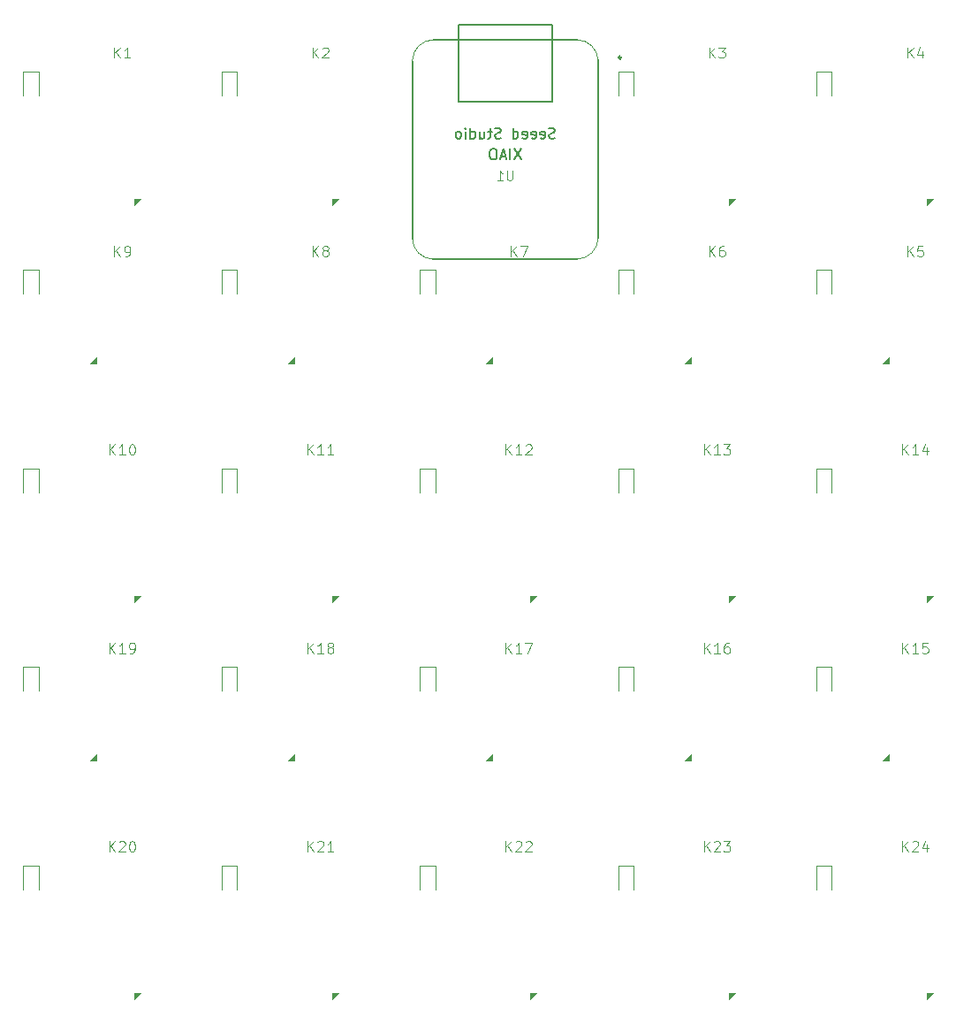
<source format=gbr>
%TF.GenerationSoftware,KiCad,Pcbnew,7.0.5*%
%TF.CreationDate,2023-09-25T20:55:41-06:00*%
%TF.ProjectId,switch_tester_macro_pad_r2,73776974-6368-45f7-9465-737465725f6d,rev?*%
%TF.SameCoordinates,Original*%
%TF.FileFunction,Legend,Bot*%
%TF.FilePolarity,Positive*%
%FSLAX46Y46*%
G04 Gerber Fmt 4.6, Leading zero omitted, Abs format (unit mm)*
G04 Created by KiCad (PCBNEW 7.0.5) date 2023-09-25 20:55:41*
%MOMM*%
%LPD*%
G01*
G04 APERTURE LIST*
%ADD10C,0.101600*%
%ADD11C,0.150000*%
%ADD12C,0.100000*%
%ADD13C,0.127000*%
%ADD14C,0.120000*%
%ADD15C,0.254000*%
%ADD16C,0.025400*%
G04 APERTURE END LIST*
D10*
%TO.C,U1*%
X98074050Y-40066372D02*
X98074050Y-40786039D01*
X98074050Y-40786039D02*
X98031717Y-40870705D01*
X98031717Y-40870705D02*
X97989383Y-40913039D01*
X97989383Y-40913039D02*
X97904717Y-40955372D01*
X97904717Y-40955372D02*
X97735383Y-40955372D01*
X97735383Y-40955372D02*
X97650717Y-40913039D01*
X97650717Y-40913039D02*
X97608383Y-40870705D01*
X97608383Y-40870705D02*
X97566050Y-40786039D01*
X97566050Y-40786039D02*
X97566050Y-40066372D01*
X96677050Y-40955372D02*
X97185050Y-40955372D01*
X96931050Y-40955372D02*
X96931050Y-40066372D01*
X96931050Y-40066372D02*
X97015717Y-40193372D01*
X97015717Y-40193372D02*
X97100384Y-40278039D01*
X97100384Y-40278039D02*
X97185050Y-40320372D01*
D11*
X98920525Y-37964206D02*
X98253859Y-38964206D01*
X98253859Y-37964206D02*
X98920525Y-38964206D01*
X97872906Y-38964206D02*
X97872906Y-37964206D01*
X97444335Y-38678491D02*
X96968145Y-38678491D01*
X97539573Y-38964206D02*
X97206240Y-37964206D01*
X97206240Y-37964206D02*
X96872907Y-38964206D01*
X96349097Y-37964206D02*
X96158621Y-37964206D01*
X96158621Y-37964206D02*
X96063383Y-38011825D01*
X96063383Y-38011825D02*
X95968145Y-38107063D01*
X95968145Y-38107063D02*
X95920526Y-38297539D01*
X95920526Y-38297539D02*
X95920526Y-38630872D01*
X95920526Y-38630872D02*
X95968145Y-38821348D01*
X95968145Y-38821348D02*
X96063383Y-38916587D01*
X96063383Y-38916587D02*
X96158621Y-38964206D01*
X96158621Y-38964206D02*
X96349097Y-38964206D01*
X96349097Y-38964206D02*
X96444335Y-38916587D01*
X96444335Y-38916587D02*
X96539573Y-38821348D01*
X96539573Y-38821348D02*
X96587192Y-38630872D01*
X96587192Y-38630872D02*
X96587192Y-38297539D01*
X96587192Y-38297539D02*
X96539573Y-38107063D01*
X96539573Y-38107063D02*
X96444335Y-38011825D01*
X96444335Y-38011825D02*
X96349097Y-37964206D01*
X102158621Y-36916587D02*
X102015764Y-36964206D01*
X102015764Y-36964206D02*
X101777669Y-36964206D01*
X101777669Y-36964206D02*
X101682431Y-36916587D01*
X101682431Y-36916587D02*
X101634812Y-36868967D01*
X101634812Y-36868967D02*
X101587193Y-36773729D01*
X101587193Y-36773729D02*
X101587193Y-36678491D01*
X101587193Y-36678491D02*
X101634812Y-36583253D01*
X101634812Y-36583253D02*
X101682431Y-36535634D01*
X101682431Y-36535634D02*
X101777669Y-36488015D01*
X101777669Y-36488015D02*
X101968145Y-36440396D01*
X101968145Y-36440396D02*
X102063383Y-36392777D01*
X102063383Y-36392777D02*
X102111002Y-36345158D01*
X102111002Y-36345158D02*
X102158621Y-36249920D01*
X102158621Y-36249920D02*
X102158621Y-36154682D01*
X102158621Y-36154682D02*
X102111002Y-36059444D01*
X102111002Y-36059444D02*
X102063383Y-36011825D01*
X102063383Y-36011825D02*
X101968145Y-35964206D01*
X101968145Y-35964206D02*
X101730050Y-35964206D01*
X101730050Y-35964206D02*
X101587193Y-36011825D01*
X100777669Y-36916587D02*
X100872907Y-36964206D01*
X100872907Y-36964206D02*
X101063383Y-36964206D01*
X101063383Y-36964206D02*
X101158621Y-36916587D01*
X101158621Y-36916587D02*
X101206240Y-36821348D01*
X101206240Y-36821348D02*
X101206240Y-36440396D01*
X101206240Y-36440396D02*
X101158621Y-36345158D01*
X101158621Y-36345158D02*
X101063383Y-36297539D01*
X101063383Y-36297539D02*
X100872907Y-36297539D01*
X100872907Y-36297539D02*
X100777669Y-36345158D01*
X100777669Y-36345158D02*
X100730050Y-36440396D01*
X100730050Y-36440396D02*
X100730050Y-36535634D01*
X100730050Y-36535634D02*
X101206240Y-36630872D01*
X99920526Y-36916587D02*
X100015764Y-36964206D01*
X100015764Y-36964206D02*
X100206240Y-36964206D01*
X100206240Y-36964206D02*
X100301478Y-36916587D01*
X100301478Y-36916587D02*
X100349097Y-36821348D01*
X100349097Y-36821348D02*
X100349097Y-36440396D01*
X100349097Y-36440396D02*
X100301478Y-36345158D01*
X100301478Y-36345158D02*
X100206240Y-36297539D01*
X100206240Y-36297539D02*
X100015764Y-36297539D01*
X100015764Y-36297539D02*
X99920526Y-36345158D01*
X99920526Y-36345158D02*
X99872907Y-36440396D01*
X99872907Y-36440396D02*
X99872907Y-36535634D01*
X99872907Y-36535634D02*
X100349097Y-36630872D01*
X99063383Y-36916587D02*
X99158621Y-36964206D01*
X99158621Y-36964206D02*
X99349097Y-36964206D01*
X99349097Y-36964206D02*
X99444335Y-36916587D01*
X99444335Y-36916587D02*
X99491954Y-36821348D01*
X99491954Y-36821348D02*
X99491954Y-36440396D01*
X99491954Y-36440396D02*
X99444335Y-36345158D01*
X99444335Y-36345158D02*
X99349097Y-36297539D01*
X99349097Y-36297539D02*
X99158621Y-36297539D01*
X99158621Y-36297539D02*
X99063383Y-36345158D01*
X99063383Y-36345158D02*
X99015764Y-36440396D01*
X99015764Y-36440396D02*
X99015764Y-36535634D01*
X99015764Y-36535634D02*
X99491954Y-36630872D01*
X98158621Y-36964206D02*
X98158621Y-35964206D01*
X98158621Y-36916587D02*
X98253859Y-36964206D01*
X98253859Y-36964206D02*
X98444335Y-36964206D01*
X98444335Y-36964206D02*
X98539573Y-36916587D01*
X98539573Y-36916587D02*
X98587192Y-36868967D01*
X98587192Y-36868967D02*
X98634811Y-36773729D01*
X98634811Y-36773729D02*
X98634811Y-36488015D01*
X98634811Y-36488015D02*
X98587192Y-36392777D01*
X98587192Y-36392777D02*
X98539573Y-36345158D01*
X98539573Y-36345158D02*
X98444335Y-36297539D01*
X98444335Y-36297539D02*
X98253859Y-36297539D01*
X98253859Y-36297539D02*
X98158621Y-36345158D01*
X96968144Y-36916587D02*
X96825287Y-36964206D01*
X96825287Y-36964206D02*
X96587192Y-36964206D01*
X96587192Y-36964206D02*
X96491954Y-36916587D01*
X96491954Y-36916587D02*
X96444335Y-36868967D01*
X96444335Y-36868967D02*
X96396716Y-36773729D01*
X96396716Y-36773729D02*
X96396716Y-36678491D01*
X96396716Y-36678491D02*
X96444335Y-36583253D01*
X96444335Y-36583253D02*
X96491954Y-36535634D01*
X96491954Y-36535634D02*
X96587192Y-36488015D01*
X96587192Y-36488015D02*
X96777668Y-36440396D01*
X96777668Y-36440396D02*
X96872906Y-36392777D01*
X96872906Y-36392777D02*
X96920525Y-36345158D01*
X96920525Y-36345158D02*
X96968144Y-36249920D01*
X96968144Y-36249920D02*
X96968144Y-36154682D01*
X96968144Y-36154682D02*
X96920525Y-36059444D01*
X96920525Y-36059444D02*
X96872906Y-36011825D01*
X96872906Y-36011825D02*
X96777668Y-35964206D01*
X96777668Y-35964206D02*
X96539573Y-35964206D01*
X96539573Y-35964206D02*
X96396716Y-36011825D01*
X96111001Y-36297539D02*
X95730049Y-36297539D01*
X95968144Y-35964206D02*
X95968144Y-36821348D01*
X95968144Y-36821348D02*
X95920525Y-36916587D01*
X95920525Y-36916587D02*
X95825287Y-36964206D01*
X95825287Y-36964206D02*
X95730049Y-36964206D01*
X94968144Y-36297539D02*
X94968144Y-36964206D01*
X95396715Y-36297539D02*
X95396715Y-36821348D01*
X95396715Y-36821348D02*
X95349096Y-36916587D01*
X95349096Y-36916587D02*
X95253858Y-36964206D01*
X95253858Y-36964206D02*
X95111001Y-36964206D01*
X95111001Y-36964206D02*
X95015763Y-36916587D01*
X95015763Y-36916587D02*
X94968144Y-36868967D01*
X94063382Y-36964206D02*
X94063382Y-35964206D01*
X94063382Y-36916587D02*
X94158620Y-36964206D01*
X94158620Y-36964206D02*
X94349096Y-36964206D01*
X94349096Y-36964206D02*
X94444334Y-36916587D01*
X94444334Y-36916587D02*
X94491953Y-36868967D01*
X94491953Y-36868967D02*
X94539572Y-36773729D01*
X94539572Y-36773729D02*
X94539572Y-36488015D01*
X94539572Y-36488015D02*
X94491953Y-36392777D01*
X94491953Y-36392777D02*
X94444334Y-36345158D01*
X94444334Y-36345158D02*
X94349096Y-36297539D01*
X94349096Y-36297539D02*
X94158620Y-36297539D01*
X94158620Y-36297539D02*
X94063382Y-36345158D01*
X93587191Y-36964206D02*
X93587191Y-36297539D01*
X93587191Y-35964206D02*
X93634810Y-36011825D01*
X93634810Y-36011825D02*
X93587191Y-36059444D01*
X93587191Y-36059444D02*
X93539572Y-36011825D01*
X93539572Y-36011825D02*
X93587191Y-35964206D01*
X93587191Y-35964206D02*
X93587191Y-36059444D01*
X92968144Y-36964206D02*
X93063382Y-36916587D01*
X93063382Y-36916587D02*
X93111001Y-36868967D01*
X93111001Y-36868967D02*
X93158620Y-36773729D01*
X93158620Y-36773729D02*
X93158620Y-36488015D01*
X93158620Y-36488015D02*
X93111001Y-36392777D01*
X93111001Y-36392777D02*
X93063382Y-36345158D01*
X93063382Y-36345158D02*
X92968144Y-36297539D01*
X92968144Y-36297539D02*
X92825287Y-36297539D01*
X92825287Y-36297539D02*
X92730049Y-36345158D01*
X92730049Y-36345158D02*
X92682430Y-36392777D01*
X92682430Y-36392777D02*
X92634811Y-36488015D01*
X92634811Y-36488015D02*
X92634811Y-36773729D01*
X92634811Y-36773729D02*
X92682430Y-36868967D01*
X92682430Y-36868967D02*
X92730049Y-36916587D01*
X92730049Y-36916587D02*
X92825287Y-36964206D01*
X92825287Y-36964206D02*
X92968144Y-36964206D01*
D12*
%TO.C,K24*%
X135454752Y-105246316D02*
X135454752Y-104246316D01*
X136026180Y-105246316D02*
X135597609Y-104674887D01*
X136026180Y-104246316D02*
X135454752Y-104817744D01*
X136407133Y-104341554D02*
X136454752Y-104293935D01*
X136454752Y-104293935D02*
X136549990Y-104246316D01*
X136549990Y-104246316D02*
X136788085Y-104246316D01*
X136788085Y-104246316D02*
X136883323Y-104293935D01*
X136883323Y-104293935D02*
X136930942Y-104341554D01*
X136930942Y-104341554D02*
X136978561Y-104436792D01*
X136978561Y-104436792D02*
X136978561Y-104532030D01*
X136978561Y-104532030D02*
X136930942Y-104674887D01*
X136930942Y-104674887D02*
X136359514Y-105246316D01*
X136359514Y-105246316D02*
X136978561Y-105246316D01*
X137835704Y-104579649D02*
X137835704Y-105246316D01*
X137597609Y-104198697D02*
X137359514Y-104912982D01*
X137359514Y-104912982D02*
X137978561Y-104912982D01*
%TO.C,K23*%
X116454752Y-105246316D02*
X116454752Y-104246316D01*
X117026180Y-105246316D02*
X116597609Y-104674887D01*
X117026180Y-104246316D02*
X116454752Y-104817744D01*
X117407133Y-104341554D02*
X117454752Y-104293935D01*
X117454752Y-104293935D02*
X117549990Y-104246316D01*
X117549990Y-104246316D02*
X117788085Y-104246316D01*
X117788085Y-104246316D02*
X117883323Y-104293935D01*
X117883323Y-104293935D02*
X117930942Y-104341554D01*
X117930942Y-104341554D02*
X117978561Y-104436792D01*
X117978561Y-104436792D02*
X117978561Y-104532030D01*
X117978561Y-104532030D02*
X117930942Y-104674887D01*
X117930942Y-104674887D02*
X117359514Y-105246316D01*
X117359514Y-105246316D02*
X117978561Y-105246316D01*
X118311895Y-104246316D02*
X118930942Y-104246316D01*
X118930942Y-104246316D02*
X118597609Y-104627268D01*
X118597609Y-104627268D02*
X118740466Y-104627268D01*
X118740466Y-104627268D02*
X118835704Y-104674887D01*
X118835704Y-104674887D02*
X118883323Y-104722506D01*
X118883323Y-104722506D02*
X118930942Y-104817744D01*
X118930942Y-104817744D02*
X118930942Y-105055839D01*
X118930942Y-105055839D02*
X118883323Y-105151077D01*
X118883323Y-105151077D02*
X118835704Y-105198697D01*
X118835704Y-105198697D02*
X118740466Y-105246316D01*
X118740466Y-105246316D02*
X118454752Y-105246316D01*
X118454752Y-105246316D02*
X118359514Y-105198697D01*
X118359514Y-105198697D02*
X118311895Y-105151077D01*
%TO.C,K22*%
X97454752Y-105246316D02*
X97454752Y-104246316D01*
X98026180Y-105246316D02*
X97597609Y-104674887D01*
X98026180Y-104246316D02*
X97454752Y-104817744D01*
X98407133Y-104341554D02*
X98454752Y-104293935D01*
X98454752Y-104293935D02*
X98549990Y-104246316D01*
X98549990Y-104246316D02*
X98788085Y-104246316D01*
X98788085Y-104246316D02*
X98883323Y-104293935D01*
X98883323Y-104293935D02*
X98930942Y-104341554D01*
X98930942Y-104341554D02*
X98978561Y-104436792D01*
X98978561Y-104436792D02*
X98978561Y-104532030D01*
X98978561Y-104532030D02*
X98930942Y-104674887D01*
X98930942Y-104674887D02*
X98359514Y-105246316D01*
X98359514Y-105246316D02*
X98978561Y-105246316D01*
X99359514Y-104341554D02*
X99407133Y-104293935D01*
X99407133Y-104293935D02*
X99502371Y-104246316D01*
X99502371Y-104246316D02*
X99740466Y-104246316D01*
X99740466Y-104246316D02*
X99835704Y-104293935D01*
X99835704Y-104293935D02*
X99883323Y-104341554D01*
X99883323Y-104341554D02*
X99930942Y-104436792D01*
X99930942Y-104436792D02*
X99930942Y-104532030D01*
X99930942Y-104532030D02*
X99883323Y-104674887D01*
X99883323Y-104674887D02*
X99311895Y-105246316D01*
X99311895Y-105246316D02*
X99930942Y-105246316D01*
%TO.C,K21*%
X78454752Y-105246316D02*
X78454752Y-104246316D01*
X79026180Y-105246316D02*
X78597609Y-104674887D01*
X79026180Y-104246316D02*
X78454752Y-104817744D01*
X79407133Y-104341554D02*
X79454752Y-104293935D01*
X79454752Y-104293935D02*
X79549990Y-104246316D01*
X79549990Y-104246316D02*
X79788085Y-104246316D01*
X79788085Y-104246316D02*
X79883323Y-104293935D01*
X79883323Y-104293935D02*
X79930942Y-104341554D01*
X79930942Y-104341554D02*
X79978561Y-104436792D01*
X79978561Y-104436792D02*
X79978561Y-104532030D01*
X79978561Y-104532030D02*
X79930942Y-104674887D01*
X79930942Y-104674887D02*
X79359514Y-105246316D01*
X79359514Y-105246316D02*
X79978561Y-105246316D01*
X80930942Y-105246316D02*
X80359514Y-105246316D01*
X80645228Y-105246316D02*
X80645228Y-104246316D01*
X80645228Y-104246316D02*
X80549990Y-104389173D01*
X80549990Y-104389173D02*
X80454752Y-104484411D01*
X80454752Y-104484411D02*
X80359514Y-104532030D01*
%TO.C,K20*%
X59454752Y-105246316D02*
X59454752Y-104246316D01*
X60026180Y-105246316D02*
X59597609Y-104674887D01*
X60026180Y-104246316D02*
X59454752Y-104817744D01*
X60407133Y-104341554D02*
X60454752Y-104293935D01*
X60454752Y-104293935D02*
X60549990Y-104246316D01*
X60549990Y-104246316D02*
X60788085Y-104246316D01*
X60788085Y-104246316D02*
X60883323Y-104293935D01*
X60883323Y-104293935D02*
X60930942Y-104341554D01*
X60930942Y-104341554D02*
X60978561Y-104436792D01*
X60978561Y-104436792D02*
X60978561Y-104532030D01*
X60978561Y-104532030D02*
X60930942Y-104674887D01*
X60930942Y-104674887D02*
X60359514Y-105246316D01*
X60359514Y-105246316D02*
X60978561Y-105246316D01*
X61597609Y-104246316D02*
X61692847Y-104246316D01*
X61692847Y-104246316D02*
X61788085Y-104293935D01*
X61788085Y-104293935D02*
X61835704Y-104341554D01*
X61835704Y-104341554D02*
X61883323Y-104436792D01*
X61883323Y-104436792D02*
X61930942Y-104627268D01*
X61930942Y-104627268D02*
X61930942Y-104865363D01*
X61930942Y-104865363D02*
X61883323Y-105055839D01*
X61883323Y-105055839D02*
X61835704Y-105151077D01*
X61835704Y-105151077D02*
X61788085Y-105198697D01*
X61788085Y-105198697D02*
X61692847Y-105246316D01*
X61692847Y-105246316D02*
X61597609Y-105246316D01*
X61597609Y-105246316D02*
X61502371Y-105198697D01*
X61502371Y-105198697D02*
X61454752Y-105151077D01*
X61454752Y-105151077D02*
X61407133Y-105055839D01*
X61407133Y-105055839D02*
X61359514Y-104865363D01*
X61359514Y-104865363D02*
X61359514Y-104627268D01*
X61359514Y-104627268D02*
X61407133Y-104436792D01*
X61407133Y-104436792D02*
X61454752Y-104341554D01*
X61454752Y-104341554D02*
X61502371Y-104293935D01*
X61502371Y-104293935D02*
X61597609Y-104246316D01*
%TO.C,K19*%
X59454752Y-86246316D02*
X59454752Y-85246316D01*
X60026180Y-86246316D02*
X59597609Y-85674887D01*
X60026180Y-85246316D02*
X59454752Y-85817744D01*
X60978561Y-86246316D02*
X60407133Y-86246316D01*
X60692847Y-86246316D02*
X60692847Y-85246316D01*
X60692847Y-85246316D02*
X60597609Y-85389173D01*
X60597609Y-85389173D02*
X60502371Y-85484411D01*
X60502371Y-85484411D02*
X60407133Y-85532030D01*
X61454752Y-86246316D02*
X61645228Y-86246316D01*
X61645228Y-86246316D02*
X61740466Y-86198697D01*
X61740466Y-86198697D02*
X61788085Y-86151077D01*
X61788085Y-86151077D02*
X61883323Y-86008220D01*
X61883323Y-86008220D02*
X61930942Y-85817744D01*
X61930942Y-85817744D02*
X61930942Y-85436792D01*
X61930942Y-85436792D02*
X61883323Y-85341554D01*
X61883323Y-85341554D02*
X61835704Y-85293935D01*
X61835704Y-85293935D02*
X61740466Y-85246316D01*
X61740466Y-85246316D02*
X61549990Y-85246316D01*
X61549990Y-85246316D02*
X61454752Y-85293935D01*
X61454752Y-85293935D02*
X61407133Y-85341554D01*
X61407133Y-85341554D02*
X61359514Y-85436792D01*
X61359514Y-85436792D02*
X61359514Y-85674887D01*
X61359514Y-85674887D02*
X61407133Y-85770125D01*
X61407133Y-85770125D02*
X61454752Y-85817744D01*
X61454752Y-85817744D02*
X61549990Y-85865363D01*
X61549990Y-85865363D02*
X61740466Y-85865363D01*
X61740466Y-85865363D02*
X61835704Y-85817744D01*
X61835704Y-85817744D02*
X61883323Y-85770125D01*
X61883323Y-85770125D02*
X61930942Y-85674887D01*
%TO.C,K18*%
X78454752Y-86246316D02*
X78454752Y-85246316D01*
X79026180Y-86246316D02*
X78597609Y-85674887D01*
X79026180Y-85246316D02*
X78454752Y-85817744D01*
X79978561Y-86246316D02*
X79407133Y-86246316D01*
X79692847Y-86246316D02*
X79692847Y-85246316D01*
X79692847Y-85246316D02*
X79597609Y-85389173D01*
X79597609Y-85389173D02*
X79502371Y-85484411D01*
X79502371Y-85484411D02*
X79407133Y-85532030D01*
X80549990Y-85674887D02*
X80454752Y-85627268D01*
X80454752Y-85627268D02*
X80407133Y-85579649D01*
X80407133Y-85579649D02*
X80359514Y-85484411D01*
X80359514Y-85484411D02*
X80359514Y-85436792D01*
X80359514Y-85436792D02*
X80407133Y-85341554D01*
X80407133Y-85341554D02*
X80454752Y-85293935D01*
X80454752Y-85293935D02*
X80549990Y-85246316D01*
X80549990Y-85246316D02*
X80740466Y-85246316D01*
X80740466Y-85246316D02*
X80835704Y-85293935D01*
X80835704Y-85293935D02*
X80883323Y-85341554D01*
X80883323Y-85341554D02*
X80930942Y-85436792D01*
X80930942Y-85436792D02*
X80930942Y-85484411D01*
X80930942Y-85484411D02*
X80883323Y-85579649D01*
X80883323Y-85579649D02*
X80835704Y-85627268D01*
X80835704Y-85627268D02*
X80740466Y-85674887D01*
X80740466Y-85674887D02*
X80549990Y-85674887D01*
X80549990Y-85674887D02*
X80454752Y-85722506D01*
X80454752Y-85722506D02*
X80407133Y-85770125D01*
X80407133Y-85770125D02*
X80359514Y-85865363D01*
X80359514Y-85865363D02*
X80359514Y-86055839D01*
X80359514Y-86055839D02*
X80407133Y-86151077D01*
X80407133Y-86151077D02*
X80454752Y-86198697D01*
X80454752Y-86198697D02*
X80549990Y-86246316D01*
X80549990Y-86246316D02*
X80740466Y-86246316D01*
X80740466Y-86246316D02*
X80835704Y-86198697D01*
X80835704Y-86198697D02*
X80883323Y-86151077D01*
X80883323Y-86151077D02*
X80930942Y-86055839D01*
X80930942Y-86055839D02*
X80930942Y-85865363D01*
X80930942Y-85865363D02*
X80883323Y-85770125D01*
X80883323Y-85770125D02*
X80835704Y-85722506D01*
X80835704Y-85722506D02*
X80740466Y-85674887D01*
%TO.C,K17*%
X97454752Y-86246316D02*
X97454752Y-85246316D01*
X98026180Y-86246316D02*
X97597609Y-85674887D01*
X98026180Y-85246316D02*
X97454752Y-85817744D01*
X98978561Y-86246316D02*
X98407133Y-86246316D01*
X98692847Y-86246316D02*
X98692847Y-85246316D01*
X98692847Y-85246316D02*
X98597609Y-85389173D01*
X98597609Y-85389173D02*
X98502371Y-85484411D01*
X98502371Y-85484411D02*
X98407133Y-85532030D01*
X99311895Y-85246316D02*
X99978561Y-85246316D01*
X99978561Y-85246316D02*
X99549990Y-86246316D01*
%TO.C,K16*%
X116454752Y-86246316D02*
X116454752Y-85246316D01*
X117026180Y-86246316D02*
X116597609Y-85674887D01*
X117026180Y-85246316D02*
X116454752Y-85817744D01*
X117978561Y-86246316D02*
X117407133Y-86246316D01*
X117692847Y-86246316D02*
X117692847Y-85246316D01*
X117692847Y-85246316D02*
X117597609Y-85389173D01*
X117597609Y-85389173D02*
X117502371Y-85484411D01*
X117502371Y-85484411D02*
X117407133Y-85532030D01*
X118835704Y-85246316D02*
X118645228Y-85246316D01*
X118645228Y-85246316D02*
X118549990Y-85293935D01*
X118549990Y-85293935D02*
X118502371Y-85341554D01*
X118502371Y-85341554D02*
X118407133Y-85484411D01*
X118407133Y-85484411D02*
X118359514Y-85674887D01*
X118359514Y-85674887D02*
X118359514Y-86055839D01*
X118359514Y-86055839D02*
X118407133Y-86151077D01*
X118407133Y-86151077D02*
X118454752Y-86198697D01*
X118454752Y-86198697D02*
X118549990Y-86246316D01*
X118549990Y-86246316D02*
X118740466Y-86246316D01*
X118740466Y-86246316D02*
X118835704Y-86198697D01*
X118835704Y-86198697D02*
X118883323Y-86151077D01*
X118883323Y-86151077D02*
X118930942Y-86055839D01*
X118930942Y-86055839D02*
X118930942Y-85817744D01*
X118930942Y-85817744D02*
X118883323Y-85722506D01*
X118883323Y-85722506D02*
X118835704Y-85674887D01*
X118835704Y-85674887D02*
X118740466Y-85627268D01*
X118740466Y-85627268D02*
X118549990Y-85627268D01*
X118549990Y-85627268D02*
X118454752Y-85674887D01*
X118454752Y-85674887D02*
X118407133Y-85722506D01*
X118407133Y-85722506D02*
X118359514Y-85817744D01*
%TO.C,K15*%
X135454752Y-86246316D02*
X135454752Y-85246316D01*
X136026180Y-86246316D02*
X135597609Y-85674887D01*
X136026180Y-85246316D02*
X135454752Y-85817744D01*
X136978561Y-86246316D02*
X136407133Y-86246316D01*
X136692847Y-86246316D02*
X136692847Y-85246316D01*
X136692847Y-85246316D02*
X136597609Y-85389173D01*
X136597609Y-85389173D02*
X136502371Y-85484411D01*
X136502371Y-85484411D02*
X136407133Y-85532030D01*
X137883323Y-85246316D02*
X137407133Y-85246316D01*
X137407133Y-85246316D02*
X137359514Y-85722506D01*
X137359514Y-85722506D02*
X137407133Y-85674887D01*
X137407133Y-85674887D02*
X137502371Y-85627268D01*
X137502371Y-85627268D02*
X137740466Y-85627268D01*
X137740466Y-85627268D02*
X137835704Y-85674887D01*
X137835704Y-85674887D02*
X137883323Y-85722506D01*
X137883323Y-85722506D02*
X137930942Y-85817744D01*
X137930942Y-85817744D02*
X137930942Y-86055839D01*
X137930942Y-86055839D02*
X137883323Y-86151077D01*
X137883323Y-86151077D02*
X137835704Y-86198697D01*
X137835704Y-86198697D02*
X137740466Y-86246316D01*
X137740466Y-86246316D02*
X137502371Y-86246316D01*
X137502371Y-86246316D02*
X137407133Y-86198697D01*
X137407133Y-86198697D02*
X137359514Y-86151077D01*
%TO.C,K14*%
X135454752Y-67246316D02*
X135454752Y-66246316D01*
X136026180Y-67246316D02*
X135597609Y-66674887D01*
X136026180Y-66246316D02*
X135454752Y-66817744D01*
X136978561Y-67246316D02*
X136407133Y-67246316D01*
X136692847Y-67246316D02*
X136692847Y-66246316D01*
X136692847Y-66246316D02*
X136597609Y-66389173D01*
X136597609Y-66389173D02*
X136502371Y-66484411D01*
X136502371Y-66484411D02*
X136407133Y-66532030D01*
X137835704Y-66579649D02*
X137835704Y-67246316D01*
X137597609Y-66198697D02*
X137359514Y-66912982D01*
X137359514Y-66912982D02*
X137978561Y-66912982D01*
%TO.C,K13*%
X116454752Y-67246316D02*
X116454752Y-66246316D01*
X117026180Y-67246316D02*
X116597609Y-66674887D01*
X117026180Y-66246316D02*
X116454752Y-66817744D01*
X117978561Y-67246316D02*
X117407133Y-67246316D01*
X117692847Y-67246316D02*
X117692847Y-66246316D01*
X117692847Y-66246316D02*
X117597609Y-66389173D01*
X117597609Y-66389173D02*
X117502371Y-66484411D01*
X117502371Y-66484411D02*
X117407133Y-66532030D01*
X118311895Y-66246316D02*
X118930942Y-66246316D01*
X118930942Y-66246316D02*
X118597609Y-66627268D01*
X118597609Y-66627268D02*
X118740466Y-66627268D01*
X118740466Y-66627268D02*
X118835704Y-66674887D01*
X118835704Y-66674887D02*
X118883323Y-66722506D01*
X118883323Y-66722506D02*
X118930942Y-66817744D01*
X118930942Y-66817744D02*
X118930942Y-67055839D01*
X118930942Y-67055839D02*
X118883323Y-67151077D01*
X118883323Y-67151077D02*
X118835704Y-67198697D01*
X118835704Y-67198697D02*
X118740466Y-67246316D01*
X118740466Y-67246316D02*
X118454752Y-67246316D01*
X118454752Y-67246316D02*
X118359514Y-67198697D01*
X118359514Y-67198697D02*
X118311895Y-67151077D01*
%TO.C,K12*%
X97454752Y-67246316D02*
X97454752Y-66246316D01*
X98026180Y-67246316D02*
X97597609Y-66674887D01*
X98026180Y-66246316D02*
X97454752Y-66817744D01*
X98978561Y-67246316D02*
X98407133Y-67246316D01*
X98692847Y-67246316D02*
X98692847Y-66246316D01*
X98692847Y-66246316D02*
X98597609Y-66389173D01*
X98597609Y-66389173D02*
X98502371Y-66484411D01*
X98502371Y-66484411D02*
X98407133Y-66532030D01*
X99359514Y-66341554D02*
X99407133Y-66293935D01*
X99407133Y-66293935D02*
X99502371Y-66246316D01*
X99502371Y-66246316D02*
X99740466Y-66246316D01*
X99740466Y-66246316D02*
X99835704Y-66293935D01*
X99835704Y-66293935D02*
X99883323Y-66341554D01*
X99883323Y-66341554D02*
X99930942Y-66436792D01*
X99930942Y-66436792D02*
X99930942Y-66532030D01*
X99930942Y-66532030D02*
X99883323Y-66674887D01*
X99883323Y-66674887D02*
X99311895Y-67246316D01*
X99311895Y-67246316D02*
X99930942Y-67246316D01*
%TO.C,K11*%
X78454752Y-67246316D02*
X78454752Y-66246316D01*
X79026180Y-67246316D02*
X78597609Y-66674887D01*
X79026180Y-66246316D02*
X78454752Y-66817744D01*
X79978561Y-67246316D02*
X79407133Y-67246316D01*
X79692847Y-67246316D02*
X79692847Y-66246316D01*
X79692847Y-66246316D02*
X79597609Y-66389173D01*
X79597609Y-66389173D02*
X79502371Y-66484411D01*
X79502371Y-66484411D02*
X79407133Y-66532030D01*
X80930942Y-67246316D02*
X80359514Y-67246316D01*
X80645228Y-67246316D02*
X80645228Y-66246316D01*
X80645228Y-66246316D02*
X80549990Y-66389173D01*
X80549990Y-66389173D02*
X80454752Y-66484411D01*
X80454752Y-66484411D02*
X80359514Y-66532030D01*
%TO.C,K10*%
X59454752Y-67246316D02*
X59454752Y-66246316D01*
X60026180Y-67246316D02*
X59597609Y-66674887D01*
X60026180Y-66246316D02*
X59454752Y-66817744D01*
X60978561Y-67246316D02*
X60407133Y-67246316D01*
X60692847Y-67246316D02*
X60692847Y-66246316D01*
X60692847Y-66246316D02*
X60597609Y-66389173D01*
X60597609Y-66389173D02*
X60502371Y-66484411D01*
X60502371Y-66484411D02*
X60407133Y-66532030D01*
X61597609Y-66246316D02*
X61692847Y-66246316D01*
X61692847Y-66246316D02*
X61788085Y-66293935D01*
X61788085Y-66293935D02*
X61835704Y-66341554D01*
X61835704Y-66341554D02*
X61883323Y-66436792D01*
X61883323Y-66436792D02*
X61930942Y-66627268D01*
X61930942Y-66627268D02*
X61930942Y-66865363D01*
X61930942Y-66865363D02*
X61883323Y-67055839D01*
X61883323Y-67055839D02*
X61835704Y-67151077D01*
X61835704Y-67151077D02*
X61788085Y-67198697D01*
X61788085Y-67198697D02*
X61692847Y-67246316D01*
X61692847Y-67246316D02*
X61597609Y-67246316D01*
X61597609Y-67246316D02*
X61502371Y-67198697D01*
X61502371Y-67198697D02*
X61454752Y-67151077D01*
X61454752Y-67151077D02*
X61407133Y-67055839D01*
X61407133Y-67055839D02*
X61359514Y-66865363D01*
X61359514Y-66865363D02*
X61359514Y-66627268D01*
X61359514Y-66627268D02*
X61407133Y-66436792D01*
X61407133Y-66436792D02*
X61454752Y-66341554D01*
X61454752Y-66341554D02*
X61502371Y-66293935D01*
X61502371Y-66293935D02*
X61597609Y-66246316D01*
%TO.C,K9*%
X59930943Y-48246316D02*
X59930943Y-47246316D01*
X60502371Y-48246316D02*
X60073800Y-47674887D01*
X60502371Y-47246316D02*
X59930943Y-47817744D01*
X60978562Y-48246316D02*
X61169038Y-48246316D01*
X61169038Y-48246316D02*
X61264276Y-48198697D01*
X61264276Y-48198697D02*
X61311895Y-48151077D01*
X61311895Y-48151077D02*
X61407133Y-48008220D01*
X61407133Y-48008220D02*
X61454752Y-47817744D01*
X61454752Y-47817744D02*
X61454752Y-47436792D01*
X61454752Y-47436792D02*
X61407133Y-47341554D01*
X61407133Y-47341554D02*
X61359514Y-47293935D01*
X61359514Y-47293935D02*
X61264276Y-47246316D01*
X61264276Y-47246316D02*
X61073800Y-47246316D01*
X61073800Y-47246316D02*
X60978562Y-47293935D01*
X60978562Y-47293935D02*
X60930943Y-47341554D01*
X60930943Y-47341554D02*
X60883324Y-47436792D01*
X60883324Y-47436792D02*
X60883324Y-47674887D01*
X60883324Y-47674887D02*
X60930943Y-47770125D01*
X60930943Y-47770125D02*
X60978562Y-47817744D01*
X60978562Y-47817744D02*
X61073800Y-47865363D01*
X61073800Y-47865363D02*
X61264276Y-47865363D01*
X61264276Y-47865363D02*
X61359514Y-47817744D01*
X61359514Y-47817744D02*
X61407133Y-47770125D01*
X61407133Y-47770125D02*
X61454752Y-47674887D01*
%TO.C,K8*%
X78930943Y-48246316D02*
X78930943Y-47246316D01*
X79502371Y-48246316D02*
X79073800Y-47674887D01*
X79502371Y-47246316D02*
X78930943Y-47817744D01*
X80073800Y-47674887D02*
X79978562Y-47627268D01*
X79978562Y-47627268D02*
X79930943Y-47579649D01*
X79930943Y-47579649D02*
X79883324Y-47484411D01*
X79883324Y-47484411D02*
X79883324Y-47436792D01*
X79883324Y-47436792D02*
X79930943Y-47341554D01*
X79930943Y-47341554D02*
X79978562Y-47293935D01*
X79978562Y-47293935D02*
X80073800Y-47246316D01*
X80073800Y-47246316D02*
X80264276Y-47246316D01*
X80264276Y-47246316D02*
X80359514Y-47293935D01*
X80359514Y-47293935D02*
X80407133Y-47341554D01*
X80407133Y-47341554D02*
X80454752Y-47436792D01*
X80454752Y-47436792D02*
X80454752Y-47484411D01*
X80454752Y-47484411D02*
X80407133Y-47579649D01*
X80407133Y-47579649D02*
X80359514Y-47627268D01*
X80359514Y-47627268D02*
X80264276Y-47674887D01*
X80264276Y-47674887D02*
X80073800Y-47674887D01*
X80073800Y-47674887D02*
X79978562Y-47722506D01*
X79978562Y-47722506D02*
X79930943Y-47770125D01*
X79930943Y-47770125D02*
X79883324Y-47865363D01*
X79883324Y-47865363D02*
X79883324Y-48055839D01*
X79883324Y-48055839D02*
X79930943Y-48151077D01*
X79930943Y-48151077D02*
X79978562Y-48198697D01*
X79978562Y-48198697D02*
X80073800Y-48246316D01*
X80073800Y-48246316D02*
X80264276Y-48246316D01*
X80264276Y-48246316D02*
X80359514Y-48198697D01*
X80359514Y-48198697D02*
X80407133Y-48151077D01*
X80407133Y-48151077D02*
X80454752Y-48055839D01*
X80454752Y-48055839D02*
X80454752Y-47865363D01*
X80454752Y-47865363D02*
X80407133Y-47770125D01*
X80407133Y-47770125D02*
X80359514Y-47722506D01*
X80359514Y-47722506D02*
X80264276Y-47674887D01*
%TO.C,K7*%
X97930943Y-48246316D02*
X97930943Y-47246316D01*
X98502371Y-48246316D02*
X98073800Y-47674887D01*
X98502371Y-47246316D02*
X97930943Y-47817744D01*
X98835705Y-47246316D02*
X99502371Y-47246316D01*
X99502371Y-47246316D02*
X99073800Y-48246316D01*
%TO.C,K6*%
X116930943Y-48246316D02*
X116930943Y-47246316D01*
X117502371Y-48246316D02*
X117073800Y-47674887D01*
X117502371Y-47246316D02*
X116930943Y-47817744D01*
X118359514Y-47246316D02*
X118169038Y-47246316D01*
X118169038Y-47246316D02*
X118073800Y-47293935D01*
X118073800Y-47293935D02*
X118026181Y-47341554D01*
X118026181Y-47341554D02*
X117930943Y-47484411D01*
X117930943Y-47484411D02*
X117883324Y-47674887D01*
X117883324Y-47674887D02*
X117883324Y-48055839D01*
X117883324Y-48055839D02*
X117930943Y-48151077D01*
X117930943Y-48151077D02*
X117978562Y-48198697D01*
X117978562Y-48198697D02*
X118073800Y-48246316D01*
X118073800Y-48246316D02*
X118264276Y-48246316D01*
X118264276Y-48246316D02*
X118359514Y-48198697D01*
X118359514Y-48198697D02*
X118407133Y-48151077D01*
X118407133Y-48151077D02*
X118454752Y-48055839D01*
X118454752Y-48055839D02*
X118454752Y-47817744D01*
X118454752Y-47817744D02*
X118407133Y-47722506D01*
X118407133Y-47722506D02*
X118359514Y-47674887D01*
X118359514Y-47674887D02*
X118264276Y-47627268D01*
X118264276Y-47627268D02*
X118073800Y-47627268D01*
X118073800Y-47627268D02*
X117978562Y-47674887D01*
X117978562Y-47674887D02*
X117930943Y-47722506D01*
X117930943Y-47722506D02*
X117883324Y-47817744D01*
%TO.C,K5*%
X135930943Y-48246316D02*
X135930943Y-47246316D01*
X136502371Y-48246316D02*
X136073800Y-47674887D01*
X136502371Y-47246316D02*
X135930943Y-47817744D01*
X137407133Y-47246316D02*
X136930943Y-47246316D01*
X136930943Y-47246316D02*
X136883324Y-47722506D01*
X136883324Y-47722506D02*
X136930943Y-47674887D01*
X136930943Y-47674887D02*
X137026181Y-47627268D01*
X137026181Y-47627268D02*
X137264276Y-47627268D01*
X137264276Y-47627268D02*
X137359514Y-47674887D01*
X137359514Y-47674887D02*
X137407133Y-47722506D01*
X137407133Y-47722506D02*
X137454752Y-47817744D01*
X137454752Y-47817744D02*
X137454752Y-48055839D01*
X137454752Y-48055839D02*
X137407133Y-48151077D01*
X137407133Y-48151077D02*
X137359514Y-48198697D01*
X137359514Y-48198697D02*
X137264276Y-48246316D01*
X137264276Y-48246316D02*
X137026181Y-48246316D01*
X137026181Y-48246316D02*
X136930943Y-48198697D01*
X136930943Y-48198697D02*
X136883324Y-48151077D01*
%TO.C,K4*%
X135930943Y-29246316D02*
X135930943Y-28246316D01*
X136502371Y-29246316D02*
X136073800Y-28674887D01*
X136502371Y-28246316D02*
X135930943Y-28817744D01*
X137359514Y-28579649D02*
X137359514Y-29246316D01*
X137121419Y-28198697D02*
X136883324Y-28912982D01*
X136883324Y-28912982D02*
X137502371Y-28912982D01*
%TO.C,K3*%
X116930943Y-29246316D02*
X116930943Y-28246316D01*
X117502371Y-29246316D02*
X117073800Y-28674887D01*
X117502371Y-28246316D02*
X116930943Y-28817744D01*
X117835705Y-28246316D02*
X118454752Y-28246316D01*
X118454752Y-28246316D02*
X118121419Y-28627268D01*
X118121419Y-28627268D02*
X118264276Y-28627268D01*
X118264276Y-28627268D02*
X118359514Y-28674887D01*
X118359514Y-28674887D02*
X118407133Y-28722506D01*
X118407133Y-28722506D02*
X118454752Y-28817744D01*
X118454752Y-28817744D02*
X118454752Y-29055839D01*
X118454752Y-29055839D02*
X118407133Y-29151077D01*
X118407133Y-29151077D02*
X118359514Y-29198697D01*
X118359514Y-29198697D02*
X118264276Y-29246316D01*
X118264276Y-29246316D02*
X117978562Y-29246316D01*
X117978562Y-29246316D02*
X117883324Y-29198697D01*
X117883324Y-29198697D02*
X117835705Y-29151077D01*
%TO.C,K2*%
X78930943Y-29246316D02*
X78930943Y-28246316D01*
X79502371Y-29246316D02*
X79073800Y-28674887D01*
X79502371Y-28246316D02*
X78930943Y-28817744D01*
X79883324Y-28341554D02*
X79930943Y-28293935D01*
X79930943Y-28293935D02*
X80026181Y-28246316D01*
X80026181Y-28246316D02*
X80264276Y-28246316D01*
X80264276Y-28246316D02*
X80359514Y-28293935D01*
X80359514Y-28293935D02*
X80407133Y-28341554D01*
X80407133Y-28341554D02*
X80454752Y-28436792D01*
X80454752Y-28436792D02*
X80454752Y-28532030D01*
X80454752Y-28532030D02*
X80407133Y-28674887D01*
X80407133Y-28674887D02*
X79835705Y-29246316D01*
X79835705Y-29246316D02*
X80454752Y-29246316D01*
%TO.C,K1*%
X59930943Y-29246316D02*
X59930943Y-28246316D01*
X60502371Y-29246316D02*
X60073800Y-28674887D01*
X60502371Y-28246316D02*
X59930943Y-28817744D01*
X61454752Y-29246316D02*
X60883324Y-29246316D01*
X61169038Y-29246316D02*
X61169038Y-28246316D01*
X61169038Y-28246316D02*
X61073800Y-28389173D01*
X61073800Y-28389173D02*
X60978562Y-28484411D01*
X60978562Y-28484411D02*
X60883324Y-28532030D01*
D13*
%TO.C,U1*%
X88496717Y-46509387D02*
X88496717Y-29509387D01*
X92896717Y-33438657D02*
X101896717Y-33438657D01*
X92896717Y-26085357D02*
X92896717Y-33438657D01*
X106296717Y-29509387D02*
X106296717Y-46509387D01*
X101896717Y-26085357D02*
X92896717Y-26085357D01*
X90496717Y-27510297D02*
X104296717Y-27510297D01*
X101896717Y-33438657D02*
X101896717Y-26085357D01*
X104296717Y-48509387D02*
X90496717Y-48509387D01*
D14*
X88496717Y-46509387D02*
G75*
G03*
X90496717Y-48509387I2000000J0D01*
G01*
X90496717Y-27509388D02*
G75*
G03*
X88496718Y-29509387I44610J-2044609D01*
G01*
X104296717Y-48509386D02*
G75*
G03*
X106296716Y-46509387I-44857J2044856D01*
G01*
X106296716Y-29509387D02*
G75*
G03*
X104296717Y-27509388I-2044611J-44612D01*
G01*
D15*
X108523717Y-29209387D02*
G75*
G03*
X108523717Y-29209387I-127000J0D01*
G01*
D16*
X88554469Y-46920342D02*
X88544564Y-46872337D01*
X88535673Y-46824077D01*
X88528053Y-46775562D01*
X88521449Y-46726794D01*
X88516116Y-46678026D01*
X88512052Y-46629005D01*
X88509004Y-46580237D01*
X88507225Y-46530961D01*
X88554469Y-46920342D01*
X106281384Y-29398914D02*
X106284432Y-29447682D01*
X106277320Y-29349893D01*
X106281384Y-29398914D01*
D14*
%TO.C,K24*%
X127226570Y-106558121D02*
X128696570Y-106558121D01*
X127226570Y-108843121D02*
X127226570Y-106558121D01*
X128696570Y-106558121D02*
X128696570Y-108843121D01*
D12*
X137812597Y-119362626D02*
X137812597Y-118762626D01*
X138412597Y-118762626D01*
X137812597Y-119362626D01*
G36*
X137812597Y-119362626D02*
G01*
X137812597Y-118762626D01*
X138412597Y-118762626D01*
X137812597Y-119362626D01*
G37*
D14*
%TO.C,K23*%
X108226570Y-106558121D02*
X109696570Y-106558121D01*
X108226570Y-108843121D02*
X108226570Y-106558121D01*
X109696570Y-106558121D02*
X109696570Y-108843121D01*
D12*
X118812597Y-119362626D02*
X118812597Y-118762626D01*
X119412597Y-118762626D01*
X118812597Y-119362626D01*
G36*
X118812597Y-119362626D02*
G01*
X118812597Y-118762626D01*
X119412597Y-118762626D01*
X118812597Y-119362626D01*
G37*
D14*
%TO.C,K22*%
X89226570Y-106558121D02*
X90696570Y-106558121D01*
X89226570Y-108843121D02*
X89226570Y-106558121D01*
X90696570Y-106558121D02*
X90696570Y-108843121D01*
D12*
X99812597Y-119362626D02*
X99812597Y-118762626D01*
X100412597Y-118762626D01*
X99812597Y-119362626D01*
G36*
X99812597Y-119362626D02*
G01*
X99812597Y-118762626D01*
X100412597Y-118762626D01*
X99812597Y-119362626D01*
G37*
D14*
%TO.C,K21*%
X70226570Y-106558121D02*
X71696570Y-106558121D01*
X70226570Y-108843121D02*
X70226570Y-106558121D01*
X71696570Y-106558121D02*
X71696570Y-108843121D01*
D12*
X80812597Y-119362626D02*
X80812597Y-118762626D01*
X81412597Y-118762626D01*
X80812597Y-119362626D01*
G36*
X80812597Y-119362626D02*
G01*
X80812597Y-118762626D01*
X81412597Y-118762626D01*
X80812597Y-119362626D01*
G37*
D14*
%TO.C,K20*%
X51226570Y-106558121D02*
X52696570Y-106558121D01*
X51226570Y-108843121D02*
X51226570Y-106558121D01*
X52696570Y-106558121D02*
X52696570Y-108843121D01*
D12*
X61812597Y-119362626D02*
X61812597Y-118762626D01*
X62412597Y-118762626D01*
X61812597Y-119362626D01*
G36*
X61812597Y-119362626D02*
G01*
X61812597Y-118762626D01*
X62412597Y-118762626D01*
X61812597Y-119362626D01*
G37*
D14*
%TO.C,K19*%
X51226570Y-87558121D02*
X52696570Y-87558121D01*
X51226570Y-89843121D02*
X51226570Y-87558121D01*
X52696570Y-87558121D02*
X52696570Y-89843121D01*
D12*
X58179038Y-96508897D02*
X57579038Y-96508897D01*
X58179038Y-95908897D01*
X58179038Y-96508897D01*
G36*
X58179038Y-96508897D02*
G01*
X57579038Y-96508897D01*
X58179038Y-95908897D01*
X58179038Y-96508897D01*
G37*
D14*
%TO.C,K18*%
X70226570Y-87558121D02*
X71696570Y-87558121D01*
X70226570Y-89843121D02*
X70226570Y-87558121D01*
X71696570Y-87558121D02*
X71696570Y-89843121D01*
D12*
X77179038Y-96508897D02*
X76579038Y-96508897D01*
X77179038Y-95908897D01*
X77179038Y-96508897D01*
G36*
X77179038Y-96508897D02*
G01*
X76579038Y-96508897D01*
X77179038Y-95908897D01*
X77179038Y-96508897D01*
G37*
D14*
%TO.C,K17*%
X89226570Y-87558121D02*
X90696570Y-87558121D01*
X89226570Y-89843121D02*
X89226570Y-87558121D01*
X90696570Y-87558121D02*
X90696570Y-89843121D01*
D12*
X96179038Y-96508897D02*
X95579038Y-96508897D01*
X96179038Y-95908897D01*
X96179038Y-96508897D01*
G36*
X96179038Y-96508897D02*
G01*
X95579038Y-96508897D01*
X96179038Y-95908897D01*
X96179038Y-96508897D01*
G37*
D14*
%TO.C,K16*%
X108226570Y-87558121D02*
X109696570Y-87558121D01*
X108226570Y-89843121D02*
X108226570Y-87558121D01*
X109696570Y-87558121D02*
X109696570Y-89843121D01*
D12*
X115179038Y-96508897D02*
X114579038Y-96508897D01*
X115179038Y-95908897D01*
X115179038Y-96508897D01*
G36*
X115179038Y-96508897D02*
G01*
X114579038Y-96508897D01*
X115179038Y-95908897D01*
X115179038Y-96508897D01*
G37*
D14*
%TO.C,K15*%
X127226570Y-87558121D02*
X128696570Y-87558121D01*
X127226570Y-89843121D02*
X127226570Y-87558121D01*
X128696570Y-87558121D02*
X128696570Y-89843121D01*
D12*
X134179038Y-96508897D02*
X133579038Y-96508897D01*
X134179038Y-95908897D01*
X134179038Y-96508897D01*
G36*
X134179038Y-96508897D02*
G01*
X133579038Y-96508897D01*
X134179038Y-95908897D01*
X134179038Y-96508897D01*
G37*
D14*
%TO.C,K14*%
X127226570Y-68558121D02*
X128696570Y-68558121D01*
X127226570Y-70843121D02*
X127226570Y-68558121D01*
X128696570Y-68558121D02*
X128696570Y-70843121D01*
D12*
X137812597Y-81362626D02*
X137812597Y-80762626D01*
X138412597Y-80762626D01*
X137812597Y-81362626D01*
G36*
X137812597Y-81362626D02*
G01*
X137812597Y-80762626D01*
X138412597Y-80762626D01*
X137812597Y-81362626D01*
G37*
D14*
%TO.C,K13*%
X108226570Y-68558121D02*
X109696570Y-68558121D01*
X108226570Y-70843121D02*
X108226570Y-68558121D01*
X109696570Y-68558121D02*
X109696570Y-70843121D01*
D12*
X118812597Y-81362626D02*
X118812597Y-80762626D01*
X119412597Y-80762626D01*
X118812597Y-81362626D01*
G36*
X118812597Y-81362626D02*
G01*
X118812597Y-80762626D01*
X119412597Y-80762626D01*
X118812597Y-81362626D01*
G37*
D14*
%TO.C,K12*%
X89226570Y-68558121D02*
X90696570Y-68558121D01*
X89226570Y-70843121D02*
X89226570Y-68558121D01*
X90696570Y-68558121D02*
X90696570Y-70843121D01*
D12*
X99812597Y-81362626D02*
X99812597Y-80762626D01*
X100412597Y-80762626D01*
X99812597Y-81362626D01*
G36*
X99812597Y-81362626D02*
G01*
X99812597Y-80762626D01*
X100412597Y-80762626D01*
X99812597Y-81362626D01*
G37*
D14*
%TO.C,K11*%
X70226570Y-68558121D02*
X71696570Y-68558121D01*
X70226570Y-70843121D02*
X70226570Y-68558121D01*
X71696570Y-68558121D02*
X71696570Y-70843121D01*
D12*
X80812597Y-81362626D02*
X80812597Y-80762626D01*
X81412597Y-80762626D01*
X80812597Y-81362626D01*
G36*
X80812597Y-81362626D02*
G01*
X80812597Y-80762626D01*
X81412597Y-80762626D01*
X80812597Y-81362626D01*
G37*
D14*
%TO.C,K10*%
X51226570Y-68558121D02*
X52696570Y-68558121D01*
X51226570Y-70843121D02*
X51226570Y-68558121D01*
X52696570Y-68558121D02*
X52696570Y-70843121D01*
D12*
X61812597Y-81362626D02*
X61812597Y-80762626D01*
X62412597Y-80762626D01*
X61812597Y-81362626D01*
G36*
X61812597Y-81362626D02*
G01*
X61812597Y-80762626D01*
X62412597Y-80762626D01*
X61812597Y-81362626D01*
G37*
D14*
%TO.C,K9*%
X51226570Y-49558121D02*
X52696570Y-49558121D01*
X51226570Y-51843121D02*
X51226570Y-49558121D01*
X52696570Y-49558121D02*
X52696570Y-51843121D01*
D12*
X58179038Y-58508897D02*
X57579038Y-58508897D01*
X58179038Y-57908897D01*
X58179038Y-58508897D01*
G36*
X58179038Y-58508897D02*
G01*
X57579038Y-58508897D01*
X58179038Y-57908897D01*
X58179038Y-58508897D01*
G37*
D14*
%TO.C,K8*%
X70226570Y-49558121D02*
X71696570Y-49558121D01*
X70226570Y-51843121D02*
X70226570Y-49558121D01*
X71696570Y-49558121D02*
X71696570Y-51843121D01*
D12*
X77179038Y-58508897D02*
X76579038Y-58508897D01*
X77179038Y-57908897D01*
X77179038Y-58508897D01*
G36*
X77179038Y-58508897D02*
G01*
X76579038Y-58508897D01*
X77179038Y-57908897D01*
X77179038Y-58508897D01*
G37*
D14*
%TO.C,K7*%
X89226570Y-49558121D02*
X90696570Y-49558121D01*
X89226570Y-51843121D02*
X89226570Y-49558121D01*
X90696570Y-49558121D02*
X90696570Y-51843121D01*
D12*
X96179038Y-58508897D02*
X95579038Y-58508897D01*
X96179038Y-57908897D01*
X96179038Y-58508897D01*
G36*
X96179038Y-58508897D02*
G01*
X95579038Y-58508897D01*
X96179038Y-57908897D01*
X96179038Y-58508897D01*
G37*
D14*
%TO.C,K6*%
X108226570Y-49558121D02*
X109696570Y-49558121D01*
X108226570Y-51843121D02*
X108226570Y-49558121D01*
X109696570Y-49558121D02*
X109696570Y-51843121D01*
D12*
X115179038Y-58508897D02*
X114579038Y-58508897D01*
X115179038Y-57908897D01*
X115179038Y-58508897D01*
G36*
X115179038Y-58508897D02*
G01*
X114579038Y-58508897D01*
X115179038Y-57908897D01*
X115179038Y-58508897D01*
G37*
D14*
%TO.C,K5*%
X127226570Y-49558121D02*
X128696570Y-49558121D01*
X127226570Y-51843121D02*
X127226570Y-49558121D01*
X128696570Y-49558121D02*
X128696570Y-51843121D01*
D12*
X134179038Y-58508897D02*
X133579038Y-58508897D01*
X134179038Y-57908897D01*
X134179038Y-58508897D01*
G36*
X134179038Y-58508897D02*
G01*
X133579038Y-58508897D01*
X134179038Y-57908897D01*
X134179038Y-58508897D01*
G37*
D14*
%TO.C,K4*%
X127226570Y-30558121D02*
X128696570Y-30558121D01*
X127226570Y-32843121D02*
X127226570Y-30558121D01*
X128696570Y-30558121D02*
X128696570Y-32843121D01*
D12*
X137812597Y-43362626D02*
X137812597Y-42762626D01*
X138412597Y-42762626D01*
X137812597Y-43362626D01*
G36*
X137812597Y-43362626D02*
G01*
X137812597Y-42762626D01*
X138412597Y-42762626D01*
X137812597Y-43362626D01*
G37*
D14*
%TO.C,K3*%
X108226570Y-30558121D02*
X109696570Y-30558121D01*
X108226570Y-32843121D02*
X108226570Y-30558121D01*
X109696570Y-30558121D02*
X109696570Y-32843121D01*
D12*
X118812597Y-43362626D02*
X118812597Y-42762626D01*
X119412597Y-42762626D01*
X118812597Y-43362626D01*
G36*
X118812597Y-43362626D02*
G01*
X118812597Y-42762626D01*
X119412597Y-42762626D01*
X118812597Y-43362626D01*
G37*
%TO.C,K2*%
X80812597Y-43362626D02*
X80812597Y-42762626D01*
X81412597Y-42762626D01*
X80812597Y-43362626D01*
G36*
X80812597Y-43362626D02*
G01*
X80812597Y-42762626D01*
X81412597Y-42762626D01*
X80812597Y-43362626D01*
G37*
D14*
X71696570Y-30558121D02*
X71696570Y-32843121D01*
X70226570Y-32843121D02*
X70226570Y-30558121D01*
X70226570Y-30558121D02*
X71696570Y-30558121D01*
%TO.C,K1*%
D12*
X61812597Y-43362626D02*
X61812597Y-42762626D01*
X62412597Y-42762626D01*
X61812597Y-43362626D01*
G36*
X61812597Y-43362626D02*
G01*
X61812597Y-42762626D01*
X62412597Y-42762626D01*
X61812597Y-43362626D01*
G37*
D14*
X52696570Y-30558121D02*
X52696570Y-32843121D01*
X51226570Y-32843121D02*
X51226570Y-30558121D01*
X51226570Y-30558121D02*
X52696570Y-30558121D01*
%TD*%
M02*

</source>
